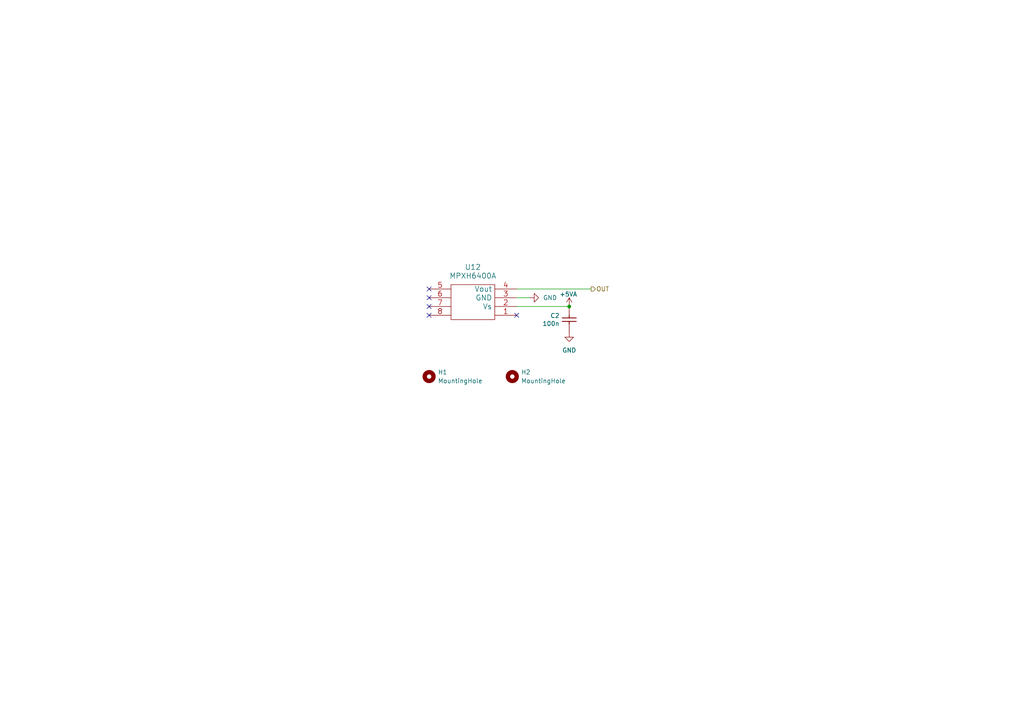
<source format=kicad_sch>
(kicad_sch (version 20231120) (generator "eeschema") (generator_version "8.0")
  (paper "A4")
  (title_block (title "UAEFI") (date "2024-08-15") (rev "D") (company "rusEFI.com"))
  (lib_symbols
    (symbol "+5VA_1" (power) (pin_numbers hide) (pin_names (offset 0) hide)
      (property "Value" "+5VA" (at 0 3.556 0))
      (symbol "+5VA_1_0_1"
        (polyline (pts (xy -0.762 1.27) (xy 0 2.54)))
        (polyline (pts (xy 0 0) (xy 0 2.54)))
        (polyline (pts (xy 0 2.54) (xy 0.762 1.27)))
      )
      (symbol "+5VA_1_1_1"
        (pin power_in line (at 0 0 90) (length 0) (name "~") (number "1"))
      )
    )
    (symbol "GND_2" (power) (pin_numbers hide) (pin_names (offset 0) hide)
      (property "Value" "GND" (at 0 -3.81 0))
      (symbol "GND_2_0_1"
        (polyline (pts (xy 0 0) (xy 0 -1.27) (xy 1.27 -1.27) (xy 0 -2.54) (xy -1.27 -1.27) (xy 0 -1.27)))
      )
      (symbol "GND_2_1_1"
        (pin power_in line (at 0 0 270) (length 0) (name "~") (number "1"))
      )
    )
    (symbol "Mechanical:MountingHole" (pin_names (offset 1.016)) (exclude_from_sim yes) (in_bom no)
      (property "Reference" "H" (at 0 5.08 0))
      (property "Value" "MountingHole" (at 0 3.175 0))
      (symbol "MountingHole_0_1"
        (circle (center 0 0) (radius 1.27) (stroke (width 1.27)))
      )
    )
    (symbol "hellen-one-common:Cap" (pin_numbers hide)
      (property "Reference" "C" (at -3.81 2.54 0))
      (property "Value" "Cap" (at -2.54 -1.27 0))
      (symbol "Cap_1_0"
        (polyline (pts (xy -1.27 0) (xy -0.508 0)) (stroke (width 0.254)))
        (polyline (pts (xy -0.508 -2.032) (xy -0.508 2.032)) (stroke (width 0.254)))
        (polyline (pts (xy 0.508 2.032) (xy 0.508 -2.032)) (stroke (width 0.254)))
        (polyline (pts (xy 1.27 0) (xy 0.508 0)) (stroke (width 0.254)))
        (pin passive line (at -3.81 0 0) (length 2.54) (name "") (number "1"))
        (pin passive line (at 3.81 0 180) (length 2.54) (name "") (number "2"))
      )
    )
    (symbol "hellen-one-common:MPX4_MAP" (pin_names (offset 0.762))
      (property "Reference" "U4" (at 3.81 -6.35 0))
      (property "Value" "MPXH6400A" (at -3.81 -3.81 0))
      (symbol "MPX4_MAP_0_1"
        (rectangle (start -2.54 7.62) (end 10.16 -2.54))
      )
      (symbol "MPX4_MAP_1_1"
        (pin passive line (at -8.89 6.35 0) (length 6.35) (name "") (number "1"))
        (pin passive line (at -8.89 3.81 0) (length 6.35) (name "Vs") (number "2"))
        (pin passive line (at -8.89 1.27 0) (length 6.35) (name "GND") (number "3"))
        (pin passive line (at -8.89 -1.27 0) (length 6.35) (name "Vout") (number "4"))
        (pin passive line (at 16.51 -1.27 180) (length 6.35) (name "") (number "5"))
        (pin passive line (at 16.51 1.27 180) (length 6.35) (name "") (number "6"))
        (pin passive line (at 16.51 3.81 180) (length 6.35) (name "") (number "7"))
        (pin passive line (at 16.51 6.35 180) (length 6.35) (name "") (number "8"))
      )
    )
  )
  (junction (at 165.1 88.9))
  (no_connect (at 124.46 88.9))
  (no_connect (at 149.86 91.44))
  (no_connect (at 124.46 86.36))
  (no_connect (at 124.46 83.82))
  (no_connect (at 124.46 91.44))
  (wire (pts (xy 149.86 88.9) (xy 165.1 88.9)))
  (wire (pts (xy 149.86 86.36) (xy 153.67 86.36)))
  (wire (pts (xy 149.86 83.82) (xy 171.45 83.82)))
  (hierarchical_label "OUT" (shape output) (at 171.45 83.82 0))
  (symbol (lib_id "hellen-one-common:MPX4_MAP") (at 140.97 85.09 180) (unit 1)
    (property "Reference" "U12" (at 137.16 77.47 0) (effects (font (size 1.524 1.524))))
    (property "Value" "MPXH6400A" (at 137.16 80.01 0) (effects (font (size 1.524 1.524))))
    (property "Footprint" "hellen-one-common:MPXH6400A-SSOP8" (effects (hide yes)))
    (property "LCSC" "C511770" (effects (hide yes)))
  )
  (symbol (lib_id "Mechanical:MountingHole") (at 124.46 109.22 0) (unit 1) (exclude_from_sim yes) (in_bom no)
    (property "Reference" "H1" (at 127 107.9499 0) (effects (justify left)))
    (property "Value" "MountingHole" (at 127 110.4899 0) (effects (justify left)))
    (property "Footprint" "MountingHole:MountingHole_3mm" (effects (hide yes)))
    (property "Description" "Mounting Hole without connection" (effects (hide yes)))
  )
  (symbol (lib_name "GND_2") (lib_id "power:GND") (at 153.67 86.36 90) (unit 1)
    (property "Reference" "#PWR093" (effects (hide yes)))
    (property "Value" "GND" (at 157.48 86.3599 90) (effects (justify right)))
    (property "Description" "Power symbol creates a global label with name \"GND\" , ground" (effects (hide yes)))
  )
  (symbol (lib_id "Mechanical:MountingHole") (at 148.59 109.22 0) (unit 1) (exclude_from_sim yes) (in_bom no)
    (property "Reference" "H2" (at 151.13 107.9499 0) (effects (justify left)))
    (property "Value" "MountingHole" (at 151.13 110.4899 0) (effects (justify left)))
    (property "Footprint" "MountingHole:MountingHole_3mm" (effects (hide yes)))
    (property "Description" "Mounting Hole without connection" (effects (hide yes)))
  )
  (symbol (lib_name "+5VA_1") (lib_id "power:+5VA") (at 165.1 88.9 0) (unit 1)
    (property "Reference" "#PWR0115" (effects (hide yes)))
    (property "Value" "+5VA" (at 164.846 85.344 0))
    (property "Description" "Power symbol creates a global label with name \"+5VA\"" (effects (hide yes)))
  )
  (symbol (lib_name "GND_2") (lib_id "power:GND") (at 165.1 96.52 0) (unit 1)
    (property "Reference" "#PWR092" (effects (hide yes)))
    (property "Value" "GND" (at 165.1 101.6 0))
    (property "Description" "Power symbol creates a global label with name \"GND\" , ground" (effects (hide yes)))
  )
  (symbol (lib_id "hellen-one-common:Cap") (at 165.1 92.71 270) (mirror x) (unit 1)
    (property "Reference" "C2" (at 162.3059 91.5606 90) (effects (justify right)))
    (property "Value" "100n" (at 162.3059 93.8593 90) (effects (justify right)))
    (property "Footprint" "hellen-one-common:C0603" (effects (hide yes)))
    (property "LCSC" "C14663" (effects (hide yes)))
    (instances (project "alphax_4ch" (path "" (reference "C2") (unit 1)) (path "" (reference "C2") (unit 1))) (project "uaefi" (path "" (reference "C27") (unit 1))))
  )
)
</source>
